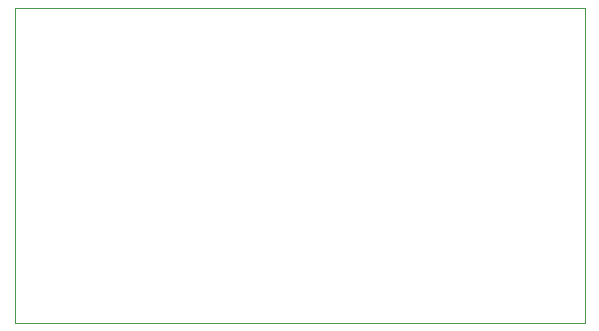
<source format=gbr>
%TF.GenerationSoftware,KiCad,Pcbnew,(5.1.9)-1*%
%TF.CreationDate,2021-07-06T13:24:45-04:00*%
%TF.ProjectId,ESC_5A,4553435f-3541-42e6-9b69-6361645f7063,rev?*%
%TF.SameCoordinates,Original*%
%TF.FileFunction,Profile,NP*%
%FSLAX46Y46*%
G04 Gerber Fmt 4.6, Leading zero omitted, Abs format (unit mm)*
G04 Created by KiCad (PCBNEW (5.1.9)-1) date 2021-07-06 13:24:45*
%MOMM*%
%LPD*%
G01*
G04 APERTURE LIST*
%TA.AperFunction,Profile*%
%ADD10C,0.050000*%
%TD*%
G04 APERTURE END LIST*
D10*
X13335000Y-65405000D02*
X13335000Y-39370000D01*
X61595000Y-65405000D02*
X13335000Y-65405000D01*
X61595000Y-64770000D02*
X61595000Y-65405000D01*
X61595000Y-38735000D02*
X61595000Y-64770000D01*
X13335000Y-38735000D02*
X61595000Y-38735000D01*
X13335000Y-39370000D02*
X13335000Y-38735000D01*
M02*

</source>
